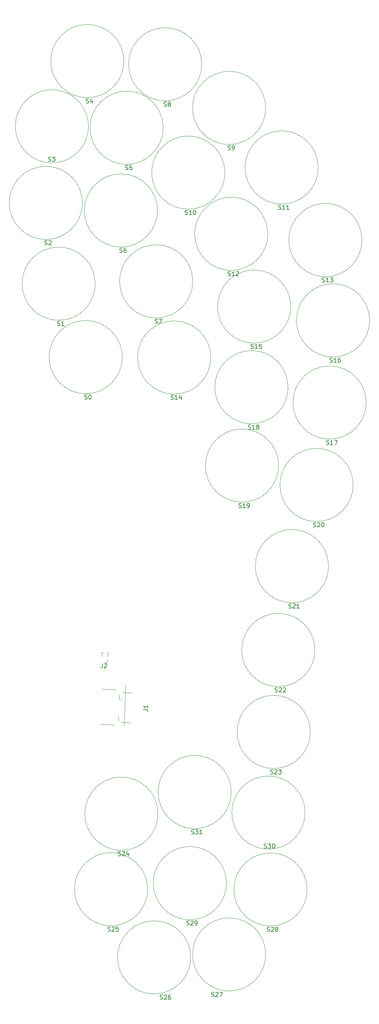
<source format=gto>
G04 #@! TF.GenerationSoftware,KiCad,Pcbnew,(5.0.0)*
G04 #@! TF.CreationDate,2020-01-29T13:38:43+01:00*
G04 #@! TF.ProjectId,Insole_PCB,496E736F6C655F5043422E6B69636164,rev?*
G04 #@! TF.SameCoordinates,Original*
G04 #@! TF.FileFunction,Legend,Top*
G04 #@! TF.FilePolarity,Positive*
%FSLAX46Y46*%
G04 Gerber Fmt 4.6, Leading zero omitted, Abs format (unit mm)*
G04 Created by KiCad (PCBNEW (5.0.0)) date 01/29/20 13:38:43*
%MOMM*%
%LPD*%
G01*
G04 APERTURE LIST*
%ADD10C,0.100000*%
%ADD11C,0.120000*%
%ADD12C,0.010000*%
%ADD13C,0.150000*%
G04 APERTURE END LIST*
D10*
G04 #@! TO.C,S9*
X224299453Y-64910707D02*
G75*
G03X224299453Y-64910707I-8500000J0D01*
G01*
D11*
G04 #@! TO.C,J2*
X187504977Y-193592519D02*
X186811670Y-193544038D01*
X187552760Y-192909188D02*
X187504977Y-193592519D01*
X186300442Y-192134944D02*
X186213929Y-192128895D01*
X187600543Y-192225856D02*
X187514030Y-192219807D01*
X186213929Y-192128895D02*
X186274966Y-191256026D01*
X187600543Y-192225856D02*
X187661580Y-191352988D01*
X186574741Y-191276989D02*
X186274966Y-191256026D01*
X187661580Y-191352988D02*
X187361805Y-191332026D01*
D12*
G04 #@! TO.C,J1*
X191037937Y-200592742D02*
X193186628Y-200667776D01*
X190747161Y-207486794D02*
X192945821Y-207563573D01*
X191420560Y-208260767D02*
X191746871Y-198916462D01*
D11*
X186213577Y-199773875D02*
X189441609Y-199886601D01*
X190328814Y-201128320D02*
X190291123Y-202207662D01*
X190144672Y-206114932D02*
X190106980Y-207194274D01*
X185927401Y-207968880D02*
X189155433Y-208081606D01*
X190291123Y-202207662D02*
X190720861Y-202222669D01*
D10*
G04 #@! TO.C,S0*
X191029453Y-122750707D02*
G75*
G03X191029453Y-122750707I-8500000J0D01*
G01*
G04 #@! TO.C,S1*
X184739453Y-105710707D02*
G75*
G03X184739453Y-105710707I-8500000J0D01*
G01*
G04 #@! TO.C,S2*
X181769453Y-86950707D02*
G75*
G03X181769453Y-86950707I-8500000J0D01*
G01*
G04 #@! TO.C,S3*
X183169453Y-69180707D02*
G75*
G03X183169453Y-69180707I-8500000J0D01*
G01*
G04 #@! TO.C,S4*
X191399453Y-54040707D02*
G75*
G03X191399453Y-54040707I-8500000J0D01*
G01*
G04 #@! TO.C,S5*
X200509453Y-69510707D02*
G75*
G03X200509453Y-69510707I-8500000J0D01*
G01*
G04 #@! TO.C,S6*
X199199453Y-88720707D02*
G75*
G03X199199453Y-88720707I-8500000J0D01*
G01*
G04 #@! TO.C,S7*
X207369453Y-105170707D02*
G75*
G03X207369453Y-105170707I-8500000J0D01*
G01*
G04 #@! TO.C,S8*
X209459453Y-54780707D02*
G75*
G03X209459453Y-54780707I-8500000J0D01*
G01*
G04 #@! TO.C,S10*
X214819453Y-79930707D02*
G75*
G03X214819453Y-79930707I-8500000J0D01*
G01*
G04 #@! TO.C,S11*
X236489453Y-78730707D02*
G75*
G03X236489453Y-78730707I-8500000J0D01*
G01*
G04 #@! TO.C,S12*
X224799453Y-94130707D02*
G75*
G03X224799453Y-94130707I-8500000J0D01*
G01*
G04 #@! TO.C,S13*
X246649453Y-95580707D02*
G75*
G03X246649453Y-95580707I-8500000J0D01*
G01*
G04 #@! TO.C,S14*
X211549453Y-122840707D02*
G75*
G03X211549453Y-122840707I-8500000J0D01*
G01*
G04 #@! TO.C,S15*
X230109453Y-111010707D02*
G75*
G03X230109453Y-111010707I-8500000J0D01*
G01*
G04 #@! TO.C,S16*
X248429453Y-114210707D02*
G75*
G03X248429453Y-114210707I-8500000J0D01*
G01*
G04 #@! TO.C,S17*
X247619453Y-133290707D02*
G75*
G03X247619453Y-133290707I-8500000J0D01*
G01*
G04 #@! TO.C,S18*
X229489453Y-129730707D02*
G75*
G03X229489453Y-129730707I-8500000J0D01*
G01*
G04 #@! TO.C,S19*
X227289453Y-147930707D02*
G75*
G03X227289453Y-147930707I-8500000J0D01*
G01*
G04 #@! TO.C,S20*
X244589453Y-152410707D02*
G75*
G03X244589453Y-152410707I-8500000J0D01*
G01*
G04 #@! TO.C,S21*
X238879453Y-171260707D02*
G75*
G03X238879453Y-171260707I-8500000J0D01*
G01*
G04 #@! TO.C,S22*
X235709453Y-190720707D02*
G75*
G03X235709453Y-190720707I-8500000J0D01*
G01*
G04 #@! TO.C,S23*
X234659453Y-209740707D02*
G75*
G03X234659453Y-209740707I-8500000J0D01*
G01*
G04 #@! TO.C,S24*
X199299453Y-228710707D02*
G75*
G03X199299453Y-228710707I-8500000J0D01*
G01*
G04 #@! TO.C,S25*
X196899453Y-246240707D02*
G75*
G03X196899453Y-246240707I-8500000J0D01*
G01*
G04 #@! TO.C,S26*
X206889453Y-262070707D02*
G75*
G03X206889453Y-262070707I-8500000J0D01*
G01*
G04 #@! TO.C,S27*
X224309453Y-261380707D02*
G75*
G03X224309453Y-261380707I-8500000J0D01*
G01*
G04 #@! TO.C,S28*
X233899453Y-246310707D02*
G75*
G03X233899453Y-246310707I-8500000J0D01*
G01*
G04 #@! TO.C,S29*
X215189453Y-244830707D02*
G75*
G03X215189453Y-244830707I-8500000J0D01*
G01*
G04 #@! TO.C,S30*
X233429453Y-228470707D02*
G75*
G03X233429453Y-228470707I-8500000J0D01*
G01*
G04 #@! TO.C,S31*
X216309453Y-223690707D02*
G75*
G03X216309453Y-223690707I-8500000J0D01*
G01*
G04 #@! TO.C,S9*
D13*
X215537548Y-74615468D02*
X215680405Y-74663087D01*
X215918500Y-74663087D01*
X216013738Y-74615468D01*
X216061357Y-74567849D01*
X216108976Y-74472611D01*
X216108976Y-74377373D01*
X216061357Y-74282135D01*
X216013738Y-74234516D01*
X215918500Y-74186897D01*
X215728024Y-74139278D01*
X215632786Y-74091659D01*
X215585167Y-74044040D01*
X215537548Y-73948802D01*
X215537548Y-73853564D01*
X215585167Y-73758326D01*
X215632786Y-73710707D01*
X215728024Y-73663087D01*
X215966119Y-73663087D01*
X216108976Y-73710707D01*
X216585167Y-74663087D02*
X216775643Y-74663087D01*
X216870881Y-74615468D01*
X216918500Y-74567849D01*
X217013738Y-74424992D01*
X217061357Y-74234516D01*
X217061357Y-73853564D01*
X217013738Y-73758326D01*
X216966119Y-73710707D01*
X216870881Y-73663087D01*
X216680405Y-73663087D01*
X216585167Y-73710707D01*
X216537548Y-73758326D01*
X216489929Y-73853564D01*
X216489929Y-74091659D01*
X216537548Y-74186897D01*
X216585167Y-74234516D01*
X216680405Y-74282135D01*
X216870881Y-74282135D01*
X216966119Y-74234516D01*
X217013738Y-74186897D01*
X217061357Y-74091659D01*
G04 #@! TO.C,J2*
X186456311Y-193847369D02*
X186406485Y-194559915D01*
X186349017Y-194699102D01*
X186247367Y-194787465D01*
X186101536Y-194825003D01*
X186006530Y-194818359D01*
X186877195Y-193972271D02*
X186928020Y-193928090D01*
X187026348Y-193887230D01*
X187263863Y-193903839D01*
X187355547Y-193957985D01*
X187399729Y-194008810D01*
X187440588Y-194107138D01*
X187433945Y-194202144D01*
X187376476Y-194341331D01*
X186766579Y-194871507D01*
X187384119Y-194914690D01*
G04 #@! TO.C,J1*
X195905234Y-204548351D02*
X196619084Y-204573279D01*
X196760193Y-204625855D01*
X196852049Y-204724359D01*
X196894653Y-204868791D01*
X196891330Y-204963971D01*
X196939524Y-203583860D02*
X196919582Y-204154940D01*
X196929553Y-203869400D02*
X195930162Y-203834501D01*
X196069608Y-203934666D01*
X196161465Y-204033170D01*
X196205731Y-204130012D01*
G04 #@! TO.C,S0*
X182267548Y-132455468D02*
X182410405Y-132503087D01*
X182648500Y-132503087D01*
X182743738Y-132455468D01*
X182791357Y-132407849D01*
X182838976Y-132312611D01*
X182838976Y-132217373D01*
X182791357Y-132122135D01*
X182743738Y-132074516D01*
X182648500Y-132026897D01*
X182458024Y-131979278D01*
X182362786Y-131931659D01*
X182315167Y-131884040D01*
X182267548Y-131788802D01*
X182267548Y-131693564D01*
X182315167Y-131598326D01*
X182362786Y-131550707D01*
X182458024Y-131503087D01*
X182696119Y-131503087D01*
X182838976Y-131550707D01*
X183458024Y-131503087D02*
X183553262Y-131503087D01*
X183648500Y-131550707D01*
X183696119Y-131598326D01*
X183743738Y-131693564D01*
X183791357Y-131884040D01*
X183791357Y-132122135D01*
X183743738Y-132312611D01*
X183696119Y-132407849D01*
X183648500Y-132455468D01*
X183553262Y-132503087D01*
X183458024Y-132503087D01*
X183362786Y-132455468D01*
X183315167Y-132407849D01*
X183267548Y-132312611D01*
X183219929Y-132122135D01*
X183219929Y-131884040D01*
X183267548Y-131693564D01*
X183315167Y-131598326D01*
X183362786Y-131550707D01*
X183458024Y-131503087D01*
G04 #@! TO.C,S1*
X175977548Y-115415468D02*
X176120405Y-115463087D01*
X176358500Y-115463087D01*
X176453738Y-115415468D01*
X176501357Y-115367849D01*
X176548976Y-115272611D01*
X176548976Y-115177373D01*
X176501357Y-115082135D01*
X176453738Y-115034516D01*
X176358500Y-114986897D01*
X176168024Y-114939278D01*
X176072786Y-114891659D01*
X176025167Y-114844040D01*
X175977548Y-114748802D01*
X175977548Y-114653564D01*
X176025167Y-114558326D01*
X176072786Y-114510707D01*
X176168024Y-114463087D01*
X176406119Y-114463087D01*
X176548976Y-114510707D01*
X177501357Y-115463087D02*
X176929929Y-115463087D01*
X177215643Y-115463087D02*
X177215643Y-114463087D01*
X177120405Y-114605945D01*
X177025167Y-114701183D01*
X176929929Y-114748802D01*
G04 #@! TO.C,S2*
X173007548Y-96655468D02*
X173150405Y-96703087D01*
X173388500Y-96703087D01*
X173483738Y-96655468D01*
X173531357Y-96607849D01*
X173578976Y-96512611D01*
X173578976Y-96417373D01*
X173531357Y-96322135D01*
X173483738Y-96274516D01*
X173388500Y-96226897D01*
X173198024Y-96179278D01*
X173102786Y-96131659D01*
X173055167Y-96084040D01*
X173007548Y-95988802D01*
X173007548Y-95893564D01*
X173055167Y-95798326D01*
X173102786Y-95750707D01*
X173198024Y-95703087D01*
X173436119Y-95703087D01*
X173578976Y-95750707D01*
X173959929Y-95798326D02*
X174007548Y-95750707D01*
X174102786Y-95703087D01*
X174340881Y-95703087D01*
X174436119Y-95750707D01*
X174483738Y-95798326D01*
X174531357Y-95893564D01*
X174531357Y-95988802D01*
X174483738Y-96131659D01*
X173912310Y-96703087D01*
X174531357Y-96703087D01*
G04 #@! TO.C,S3*
X173847548Y-77285468D02*
X173990405Y-77333087D01*
X174228500Y-77333087D01*
X174323738Y-77285468D01*
X174371357Y-77237849D01*
X174418976Y-77142611D01*
X174418976Y-77047373D01*
X174371357Y-76952135D01*
X174323738Y-76904516D01*
X174228500Y-76856897D01*
X174038024Y-76809278D01*
X173942786Y-76761659D01*
X173895167Y-76714040D01*
X173847548Y-76618802D01*
X173847548Y-76523564D01*
X173895167Y-76428326D01*
X173942786Y-76380707D01*
X174038024Y-76333087D01*
X174276119Y-76333087D01*
X174418976Y-76380707D01*
X174752310Y-76333087D02*
X175371357Y-76333087D01*
X175038024Y-76714040D01*
X175180881Y-76714040D01*
X175276119Y-76761659D01*
X175323738Y-76809278D01*
X175371357Y-76904516D01*
X175371357Y-77142611D01*
X175323738Y-77237849D01*
X175276119Y-77285468D01*
X175180881Y-77333087D01*
X174895167Y-77333087D01*
X174799929Y-77285468D01*
X174752310Y-77237849D01*
G04 #@! TO.C,S4*
X182637548Y-63745468D02*
X182780405Y-63793087D01*
X183018500Y-63793087D01*
X183113738Y-63745468D01*
X183161357Y-63697849D01*
X183208976Y-63602611D01*
X183208976Y-63507373D01*
X183161357Y-63412135D01*
X183113738Y-63364516D01*
X183018500Y-63316897D01*
X182828024Y-63269278D01*
X182732786Y-63221659D01*
X182685167Y-63174040D01*
X182637548Y-63078802D01*
X182637548Y-62983564D01*
X182685167Y-62888326D01*
X182732786Y-62840707D01*
X182828024Y-62793087D01*
X183066119Y-62793087D01*
X183208976Y-62840707D01*
X184066119Y-63126421D02*
X184066119Y-63793087D01*
X183828024Y-62745468D02*
X183589929Y-63459754D01*
X184208976Y-63459754D01*
G04 #@! TO.C,S5*
X191747548Y-79215468D02*
X191890405Y-79263087D01*
X192128500Y-79263087D01*
X192223738Y-79215468D01*
X192271357Y-79167849D01*
X192318976Y-79072611D01*
X192318976Y-78977373D01*
X192271357Y-78882135D01*
X192223738Y-78834516D01*
X192128500Y-78786897D01*
X191938024Y-78739278D01*
X191842786Y-78691659D01*
X191795167Y-78644040D01*
X191747548Y-78548802D01*
X191747548Y-78453564D01*
X191795167Y-78358326D01*
X191842786Y-78310707D01*
X191938024Y-78263087D01*
X192176119Y-78263087D01*
X192318976Y-78310707D01*
X193223738Y-78263087D02*
X192747548Y-78263087D01*
X192699929Y-78739278D01*
X192747548Y-78691659D01*
X192842786Y-78644040D01*
X193080881Y-78644040D01*
X193176119Y-78691659D01*
X193223738Y-78739278D01*
X193271357Y-78834516D01*
X193271357Y-79072611D01*
X193223738Y-79167849D01*
X193176119Y-79215468D01*
X193080881Y-79263087D01*
X192842786Y-79263087D01*
X192747548Y-79215468D01*
X192699929Y-79167849D01*
G04 #@! TO.C,S6*
X190437548Y-98425468D02*
X190580405Y-98473087D01*
X190818500Y-98473087D01*
X190913738Y-98425468D01*
X190961357Y-98377849D01*
X191008976Y-98282611D01*
X191008976Y-98187373D01*
X190961357Y-98092135D01*
X190913738Y-98044516D01*
X190818500Y-97996897D01*
X190628024Y-97949278D01*
X190532786Y-97901659D01*
X190485167Y-97854040D01*
X190437548Y-97758802D01*
X190437548Y-97663564D01*
X190485167Y-97568326D01*
X190532786Y-97520707D01*
X190628024Y-97473087D01*
X190866119Y-97473087D01*
X191008976Y-97520707D01*
X191866119Y-97473087D02*
X191675643Y-97473087D01*
X191580405Y-97520707D01*
X191532786Y-97568326D01*
X191437548Y-97711183D01*
X191389929Y-97901659D01*
X191389929Y-98282611D01*
X191437548Y-98377849D01*
X191485167Y-98425468D01*
X191580405Y-98473087D01*
X191770881Y-98473087D01*
X191866119Y-98425468D01*
X191913738Y-98377849D01*
X191961357Y-98282611D01*
X191961357Y-98044516D01*
X191913738Y-97949278D01*
X191866119Y-97901659D01*
X191770881Y-97854040D01*
X191580405Y-97854040D01*
X191485167Y-97901659D01*
X191437548Y-97949278D01*
X191389929Y-98044516D01*
G04 #@! TO.C,S7*
X198607548Y-114875468D02*
X198750405Y-114923087D01*
X198988500Y-114923087D01*
X199083738Y-114875468D01*
X199131357Y-114827849D01*
X199178976Y-114732611D01*
X199178976Y-114637373D01*
X199131357Y-114542135D01*
X199083738Y-114494516D01*
X198988500Y-114446897D01*
X198798024Y-114399278D01*
X198702786Y-114351659D01*
X198655167Y-114304040D01*
X198607548Y-114208802D01*
X198607548Y-114113564D01*
X198655167Y-114018326D01*
X198702786Y-113970707D01*
X198798024Y-113923087D01*
X199036119Y-113923087D01*
X199178976Y-113970707D01*
X199512310Y-113923087D02*
X200178976Y-113923087D01*
X199750405Y-114923087D01*
G04 #@! TO.C,S8*
X200697548Y-64485468D02*
X200840405Y-64533087D01*
X201078500Y-64533087D01*
X201173738Y-64485468D01*
X201221357Y-64437849D01*
X201268976Y-64342611D01*
X201268976Y-64247373D01*
X201221357Y-64152135D01*
X201173738Y-64104516D01*
X201078500Y-64056897D01*
X200888024Y-64009278D01*
X200792786Y-63961659D01*
X200745167Y-63914040D01*
X200697548Y-63818802D01*
X200697548Y-63723564D01*
X200745167Y-63628326D01*
X200792786Y-63580707D01*
X200888024Y-63533087D01*
X201126119Y-63533087D01*
X201268976Y-63580707D01*
X201840405Y-63961659D02*
X201745167Y-63914040D01*
X201697548Y-63866421D01*
X201649929Y-63771183D01*
X201649929Y-63723564D01*
X201697548Y-63628326D01*
X201745167Y-63580707D01*
X201840405Y-63533087D01*
X202030881Y-63533087D01*
X202126119Y-63580707D01*
X202173738Y-63628326D01*
X202221357Y-63723564D01*
X202221357Y-63771183D01*
X202173738Y-63866421D01*
X202126119Y-63914040D01*
X202030881Y-63961659D01*
X201840405Y-63961659D01*
X201745167Y-64009278D01*
X201697548Y-64056897D01*
X201649929Y-64152135D01*
X201649929Y-64342611D01*
X201697548Y-64437849D01*
X201745167Y-64485468D01*
X201840405Y-64533087D01*
X202030881Y-64533087D01*
X202126119Y-64485468D01*
X202173738Y-64437849D01*
X202221357Y-64342611D01*
X202221357Y-64152135D01*
X202173738Y-64056897D01*
X202126119Y-64009278D01*
X202030881Y-63961659D01*
G04 #@! TO.C,S10*
X205581357Y-89635468D02*
X205724214Y-89683087D01*
X205962310Y-89683087D01*
X206057548Y-89635468D01*
X206105167Y-89587849D01*
X206152786Y-89492611D01*
X206152786Y-89397373D01*
X206105167Y-89302135D01*
X206057548Y-89254516D01*
X205962310Y-89206897D01*
X205771833Y-89159278D01*
X205676595Y-89111659D01*
X205628976Y-89064040D01*
X205581357Y-88968802D01*
X205581357Y-88873564D01*
X205628976Y-88778326D01*
X205676595Y-88730707D01*
X205771833Y-88683087D01*
X206009929Y-88683087D01*
X206152786Y-88730707D01*
X207105167Y-89683087D02*
X206533738Y-89683087D01*
X206819453Y-89683087D02*
X206819453Y-88683087D01*
X206724214Y-88825945D01*
X206628976Y-88921183D01*
X206533738Y-88968802D01*
X207724214Y-88683087D02*
X207819453Y-88683087D01*
X207914691Y-88730707D01*
X207962310Y-88778326D01*
X208009929Y-88873564D01*
X208057548Y-89064040D01*
X208057548Y-89302135D01*
X208009929Y-89492611D01*
X207962310Y-89587849D01*
X207914691Y-89635468D01*
X207819453Y-89683087D01*
X207724214Y-89683087D01*
X207628976Y-89635468D01*
X207581357Y-89587849D01*
X207533738Y-89492611D01*
X207486119Y-89302135D01*
X207486119Y-89064040D01*
X207533738Y-88873564D01*
X207581357Y-88778326D01*
X207628976Y-88730707D01*
X207724214Y-88683087D01*
G04 #@! TO.C,S11*
X227251357Y-88435468D02*
X227394214Y-88483087D01*
X227632310Y-88483087D01*
X227727548Y-88435468D01*
X227775167Y-88387849D01*
X227822786Y-88292611D01*
X227822786Y-88197373D01*
X227775167Y-88102135D01*
X227727548Y-88054516D01*
X227632310Y-88006897D01*
X227441833Y-87959278D01*
X227346595Y-87911659D01*
X227298976Y-87864040D01*
X227251357Y-87768802D01*
X227251357Y-87673564D01*
X227298976Y-87578326D01*
X227346595Y-87530707D01*
X227441833Y-87483087D01*
X227679929Y-87483087D01*
X227822786Y-87530707D01*
X228775167Y-88483087D02*
X228203738Y-88483087D01*
X228489453Y-88483087D02*
X228489453Y-87483087D01*
X228394214Y-87625945D01*
X228298976Y-87721183D01*
X228203738Y-87768802D01*
X229727548Y-88483087D02*
X229156119Y-88483087D01*
X229441833Y-88483087D02*
X229441833Y-87483087D01*
X229346595Y-87625945D01*
X229251357Y-87721183D01*
X229156119Y-87768802D01*
G04 #@! TO.C,S12*
X215561357Y-103835468D02*
X215704214Y-103883087D01*
X215942310Y-103883087D01*
X216037548Y-103835468D01*
X216085167Y-103787849D01*
X216132786Y-103692611D01*
X216132786Y-103597373D01*
X216085167Y-103502135D01*
X216037548Y-103454516D01*
X215942310Y-103406897D01*
X215751833Y-103359278D01*
X215656595Y-103311659D01*
X215608976Y-103264040D01*
X215561357Y-103168802D01*
X215561357Y-103073564D01*
X215608976Y-102978326D01*
X215656595Y-102930707D01*
X215751833Y-102883087D01*
X215989929Y-102883087D01*
X216132786Y-102930707D01*
X217085167Y-103883087D02*
X216513738Y-103883087D01*
X216799453Y-103883087D02*
X216799453Y-102883087D01*
X216704214Y-103025945D01*
X216608976Y-103121183D01*
X216513738Y-103168802D01*
X217466119Y-102978326D02*
X217513738Y-102930707D01*
X217608976Y-102883087D01*
X217847072Y-102883087D01*
X217942310Y-102930707D01*
X217989929Y-102978326D01*
X218037548Y-103073564D01*
X218037548Y-103168802D01*
X217989929Y-103311659D01*
X217418500Y-103883087D01*
X218037548Y-103883087D01*
G04 #@! TO.C,S13*
X237411357Y-105285468D02*
X237554214Y-105333087D01*
X237792310Y-105333087D01*
X237887548Y-105285468D01*
X237935167Y-105237849D01*
X237982786Y-105142611D01*
X237982786Y-105047373D01*
X237935167Y-104952135D01*
X237887548Y-104904516D01*
X237792310Y-104856897D01*
X237601833Y-104809278D01*
X237506595Y-104761659D01*
X237458976Y-104714040D01*
X237411357Y-104618802D01*
X237411357Y-104523564D01*
X237458976Y-104428326D01*
X237506595Y-104380707D01*
X237601833Y-104333087D01*
X237839929Y-104333087D01*
X237982786Y-104380707D01*
X238935167Y-105333087D02*
X238363738Y-105333087D01*
X238649453Y-105333087D02*
X238649453Y-104333087D01*
X238554214Y-104475945D01*
X238458976Y-104571183D01*
X238363738Y-104618802D01*
X239268500Y-104333087D02*
X239887548Y-104333087D01*
X239554214Y-104714040D01*
X239697072Y-104714040D01*
X239792310Y-104761659D01*
X239839929Y-104809278D01*
X239887548Y-104904516D01*
X239887548Y-105142611D01*
X239839929Y-105237849D01*
X239792310Y-105285468D01*
X239697072Y-105333087D01*
X239411357Y-105333087D01*
X239316119Y-105285468D01*
X239268500Y-105237849D01*
G04 #@! TO.C,S14*
X202311357Y-132545468D02*
X202454214Y-132593087D01*
X202692310Y-132593087D01*
X202787548Y-132545468D01*
X202835167Y-132497849D01*
X202882786Y-132402611D01*
X202882786Y-132307373D01*
X202835167Y-132212135D01*
X202787548Y-132164516D01*
X202692310Y-132116897D01*
X202501833Y-132069278D01*
X202406595Y-132021659D01*
X202358976Y-131974040D01*
X202311357Y-131878802D01*
X202311357Y-131783564D01*
X202358976Y-131688326D01*
X202406595Y-131640707D01*
X202501833Y-131593087D01*
X202739929Y-131593087D01*
X202882786Y-131640707D01*
X203835167Y-132593087D02*
X203263738Y-132593087D01*
X203549453Y-132593087D02*
X203549453Y-131593087D01*
X203454214Y-131735945D01*
X203358976Y-131831183D01*
X203263738Y-131878802D01*
X204692310Y-131926421D02*
X204692310Y-132593087D01*
X204454214Y-131545468D02*
X204216119Y-132259754D01*
X204835167Y-132259754D01*
G04 #@! TO.C,S15*
X220871357Y-120715468D02*
X221014214Y-120763087D01*
X221252310Y-120763087D01*
X221347548Y-120715468D01*
X221395167Y-120667849D01*
X221442786Y-120572611D01*
X221442786Y-120477373D01*
X221395167Y-120382135D01*
X221347548Y-120334516D01*
X221252310Y-120286897D01*
X221061833Y-120239278D01*
X220966595Y-120191659D01*
X220918976Y-120144040D01*
X220871357Y-120048802D01*
X220871357Y-119953564D01*
X220918976Y-119858326D01*
X220966595Y-119810707D01*
X221061833Y-119763087D01*
X221299929Y-119763087D01*
X221442786Y-119810707D01*
X222395167Y-120763087D02*
X221823738Y-120763087D01*
X222109453Y-120763087D02*
X222109453Y-119763087D01*
X222014214Y-119905945D01*
X221918976Y-120001183D01*
X221823738Y-120048802D01*
X223299929Y-119763087D02*
X222823738Y-119763087D01*
X222776119Y-120239278D01*
X222823738Y-120191659D01*
X222918976Y-120144040D01*
X223157072Y-120144040D01*
X223252310Y-120191659D01*
X223299929Y-120239278D01*
X223347548Y-120334516D01*
X223347548Y-120572611D01*
X223299929Y-120667849D01*
X223252310Y-120715468D01*
X223157072Y-120763087D01*
X222918976Y-120763087D01*
X222823738Y-120715468D01*
X222776119Y-120667849D01*
G04 #@! TO.C,S16*
X239191357Y-123915468D02*
X239334214Y-123963087D01*
X239572310Y-123963087D01*
X239667548Y-123915468D01*
X239715167Y-123867849D01*
X239762786Y-123772611D01*
X239762786Y-123677373D01*
X239715167Y-123582135D01*
X239667548Y-123534516D01*
X239572310Y-123486897D01*
X239381833Y-123439278D01*
X239286595Y-123391659D01*
X239238976Y-123344040D01*
X239191357Y-123248802D01*
X239191357Y-123153564D01*
X239238976Y-123058326D01*
X239286595Y-123010707D01*
X239381833Y-122963087D01*
X239619929Y-122963087D01*
X239762786Y-123010707D01*
X240715167Y-123963087D02*
X240143738Y-123963087D01*
X240429453Y-123963087D02*
X240429453Y-122963087D01*
X240334214Y-123105945D01*
X240238976Y-123201183D01*
X240143738Y-123248802D01*
X241572310Y-122963087D02*
X241381833Y-122963087D01*
X241286595Y-123010707D01*
X241238976Y-123058326D01*
X241143738Y-123201183D01*
X241096119Y-123391659D01*
X241096119Y-123772611D01*
X241143738Y-123867849D01*
X241191357Y-123915468D01*
X241286595Y-123963087D01*
X241477072Y-123963087D01*
X241572310Y-123915468D01*
X241619929Y-123867849D01*
X241667548Y-123772611D01*
X241667548Y-123534516D01*
X241619929Y-123439278D01*
X241572310Y-123391659D01*
X241477072Y-123344040D01*
X241286595Y-123344040D01*
X241191357Y-123391659D01*
X241143738Y-123439278D01*
X241096119Y-123534516D01*
G04 #@! TO.C,S17*
X238381357Y-142995468D02*
X238524214Y-143043087D01*
X238762310Y-143043087D01*
X238857548Y-142995468D01*
X238905167Y-142947849D01*
X238952786Y-142852611D01*
X238952786Y-142757373D01*
X238905167Y-142662135D01*
X238857548Y-142614516D01*
X238762310Y-142566897D01*
X238571833Y-142519278D01*
X238476595Y-142471659D01*
X238428976Y-142424040D01*
X238381357Y-142328802D01*
X238381357Y-142233564D01*
X238428976Y-142138326D01*
X238476595Y-142090707D01*
X238571833Y-142043087D01*
X238809929Y-142043087D01*
X238952786Y-142090707D01*
X239905167Y-143043087D02*
X239333738Y-143043087D01*
X239619453Y-143043087D02*
X239619453Y-142043087D01*
X239524214Y-142185945D01*
X239428976Y-142281183D01*
X239333738Y-142328802D01*
X240238500Y-142043087D02*
X240905167Y-142043087D01*
X240476595Y-143043087D01*
G04 #@! TO.C,S18*
X220251357Y-139435468D02*
X220394214Y-139483087D01*
X220632310Y-139483087D01*
X220727548Y-139435468D01*
X220775167Y-139387849D01*
X220822786Y-139292611D01*
X220822786Y-139197373D01*
X220775167Y-139102135D01*
X220727548Y-139054516D01*
X220632310Y-139006897D01*
X220441833Y-138959278D01*
X220346595Y-138911659D01*
X220298976Y-138864040D01*
X220251357Y-138768802D01*
X220251357Y-138673564D01*
X220298976Y-138578326D01*
X220346595Y-138530707D01*
X220441833Y-138483087D01*
X220679929Y-138483087D01*
X220822786Y-138530707D01*
X221775167Y-139483087D02*
X221203738Y-139483087D01*
X221489453Y-139483087D02*
X221489453Y-138483087D01*
X221394214Y-138625945D01*
X221298976Y-138721183D01*
X221203738Y-138768802D01*
X222346595Y-138911659D02*
X222251357Y-138864040D01*
X222203738Y-138816421D01*
X222156119Y-138721183D01*
X222156119Y-138673564D01*
X222203738Y-138578326D01*
X222251357Y-138530707D01*
X222346595Y-138483087D01*
X222537072Y-138483087D01*
X222632310Y-138530707D01*
X222679929Y-138578326D01*
X222727548Y-138673564D01*
X222727548Y-138721183D01*
X222679929Y-138816421D01*
X222632310Y-138864040D01*
X222537072Y-138911659D01*
X222346595Y-138911659D01*
X222251357Y-138959278D01*
X222203738Y-139006897D01*
X222156119Y-139102135D01*
X222156119Y-139292611D01*
X222203738Y-139387849D01*
X222251357Y-139435468D01*
X222346595Y-139483087D01*
X222537072Y-139483087D01*
X222632310Y-139435468D01*
X222679929Y-139387849D01*
X222727548Y-139292611D01*
X222727548Y-139102135D01*
X222679929Y-139006897D01*
X222632310Y-138959278D01*
X222537072Y-138911659D01*
G04 #@! TO.C,S19*
X218051357Y-157635468D02*
X218194214Y-157683087D01*
X218432310Y-157683087D01*
X218527548Y-157635468D01*
X218575167Y-157587849D01*
X218622786Y-157492611D01*
X218622786Y-157397373D01*
X218575167Y-157302135D01*
X218527548Y-157254516D01*
X218432310Y-157206897D01*
X218241833Y-157159278D01*
X218146595Y-157111659D01*
X218098976Y-157064040D01*
X218051357Y-156968802D01*
X218051357Y-156873564D01*
X218098976Y-156778326D01*
X218146595Y-156730707D01*
X218241833Y-156683087D01*
X218479929Y-156683087D01*
X218622786Y-156730707D01*
X219575167Y-157683087D02*
X219003738Y-157683087D01*
X219289453Y-157683087D02*
X219289453Y-156683087D01*
X219194214Y-156825945D01*
X219098976Y-156921183D01*
X219003738Y-156968802D01*
X220051357Y-157683087D02*
X220241833Y-157683087D01*
X220337072Y-157635468D01*
X220384691Y-157587849D01*
X220479929Y-157444992D01*
X220527548Y-157254516D01*
X220527548Y-156873564D01*
X220479929Y-156778326D01*
X220432310Y-156730707D01*
X220337072Y-156683087D01*
X220146595Y-156683087D01*
X220051357Y-156730707D01*
X220003738Y-156778326D01*
X219956119Y-156873564D01*
X219956119Y-157111659D01*
X220003738Y-157206897D01*
X220051357Y-157254516D01*
X220146595Y-157302135D01*
X220337072Y-157302135D01*
X220432310Y-157254516D01*
X220479929Y-157206897D01*
X220527548Y-157111659D01*
G04 #@! TO.C,S20*
X235351357Y-162115468D02*
X235494214Y-162163087D01*
X235732310Y-162163087D01*
X235827548Y-162115468D01*
X235875167Y-162067849D01*
X235922786Y-161972611D01*
X235922786Y-161877373D01*
X235875167Y-161782135D01*
X235827548Y-161734516D01*
X235732310Y-161686897D01*
X235541833Y-161639278D01*
X235446595Y-161591659D01*
X235398976Y-161544040D01*
X235351357Y-161448802D01*
X235351357Y-161353564D01*
X235398976Y-161258326D01*
X235446595Y-161210707D01*
X235541833Y-161163087D01*
X235779929Y-161163087D01*
X235922786Y-161210707D01*
X236303738Y-161258326D02*
X236351357Y-161210707D01*
X236446595Y-161163087D01*
X236684691Y-161163087D01*
X236779929Y-161210707D01*
X236827548Y-161258326D01*
X236875167Y-161353564D01*
X236875167Y-161448802D01*
X236827548Y-161591659D01*
X236256119Y-162163087D01*
X236875167Y-162163087D01*
X237494214Y-161163087D02*
X237589453Y-161163087D01*
X237684691Y-161210707D01*
X237732310Y-161258326D01*
X237779929Y-161353564D01*
X237827548Y-161544040D01*
X237827548Y-161782135D01*
X237779929Y-161972611D01*
X237732310Y-162067849D01*
X237684691Y-162115468D01*
X237589453Y-162163087D01*
X237494214Y-162163087D01*
X237398976Y-162115468D01*
X237351357Y-162067849D01*
X237303738Y-161972611D01*
X237256119Y-161782135D01*
X237256119Y-161544040D01*
X237303738Y-161353564D01*
X237351357Y-161258326D01*
X237398976Y-161210707D01*
X237494214Y-161163087D01*
G04 #@! TO.C,S21*
X229641357Y-180965468D02*
X229784214Y-181013087D01*
X230022310Y-181013087D01*
X230117548Y-180965468D01*
X230165167Y-180917849D01*
X230212786Y-180822611D01*
X230212786Y-180727373D01*
X230165167Y-180632135D01*
X230117548Y-180584516D01*
X230022310Y-180536897D01*
X229831833Y-180489278D01*
X229736595Y-180441659D01*
X229688976Y-180394040D01*
X229641357Y-180298802D01*
X229641357Y-180203564D01*
X229688976Y-180108326D01*
X229736595Y-180060707D01*
X229831833Y-180013087D01*
X230069929Y-180013087D01*
X230212786Y-180060707D01*
X230593738Y-180108326D02*
X230641357Y-180060707D01*
X230736595Y-180013087D01*
X230974691Y-180013087D01*
X231069929Y-180060707D01*
X231117548Y-180108326D01*
X231165167Y-180203564D01*
X231165167Y-180298802D01*
X231117548Y-180441659D01*
X230546119Y-181013087D01*
X231165167Y-181013087D01*
X232117548Y-181013087D02*
X231546119Y-181013087D01*
X231831833Y-181013087D02*
X231831833Y-180013087D01*
X231736595Y-180155945D01*
X231641357Y-180251183D01*
X231546119Y-180298802D01*
G04 #@! TO.C,S22*
X226471357Y-200425468D02*
X226614214Y-200473087D01*
X226852310Y-200473087D01*
X226947548Y-200425468D01*
X226995167Y-200377849D01*
X227042786Y-200282611D01*
X227042786Y-200187373D01*
X226995167Y-200092135D01*
X226947548Y-200044516D01*
X226852310Y-199996897D01*
X226661833Y-199949278D01*
X226566595Y-199901659D01*
X226518976Y-199854040D01*
X226471357Y-199758802D01*
X226471357Y-199663564D01*
X226518976Y-199568326D01*
X226566595Y-199520707D01*
X226661833Y-199473087D01*
X226899929Y-199473087D01*
X227042786Y-199520707D01*
X227423738Y-199568326D02*
X227471357Y-199520707D01*
X227566595Y-199473087D01*
X227804691Y-199473087D01*
X227899929Y-199520707D01*
X227947548Y-199568326D01*
X227995167Y-199663564D01*
X227995167Y-199758802D01*
X227947548Y-199901659D01*
X227376119Y-200473087D01*
X227995167Y-200473087D01*
X228376119Y-199568326D02*
X228423738Y-199520707D01*
X228518976Y-199473087D01*
X228757072Y-199473087D01*
X228852310Y-199520707D01*
X228899929Y-199568326D01*
X228947548Y-199663564D01*
X228947548Y-199758802D01*
X228899929Y-199901659D01*
X228328500Y-200473087D01*
X228947548Y-200473087D01*
G04 #@! TO.C,S23*
X225421357Y-219445468D02*
X225564214Y-219493087D01*
X225802310Y-219493087D01*
X225897548Y-219445468D01*
X225945167Y-219397849D01*
X225992786Y-219302611D01*
X225992786Y-219207373D01*
X225945167Y-219112135D01*
X225897548Y-219064516D01*
X225802310Y-219016897D01*
X225611833Y-218969278D01*
X225516595Y-218921659D01*
X225468976Y-218874040D01*
X225421357Y-218778802D01*
X225421357Y-218683564D01*
X225468976Y-218588326D01*
X225516595Y-218540707D01*
X225611833Y-218493087D01*
X225849929Y-218493087D01*
X225992786Y-218540707D01*
X226373738Y-218588326D02*
X226421357Y-218540707D01*
X226516595Y-218493087D01*
X226754691Y-218493087D01*
X226849929Y-218540707D01*
X226897548Y-218588326D01*
X226945167Y-218683564D01*
X226945167Y-218778802D01*
X226897548Y-218921659D01*
X226326119Y-219493087D01*
X226945167Y-219493087D01*
X227278500Y-218493087D02*
X227897548Y-218493087D01*
X227564214Y-218874040D01*
X227707072Y-218874040D01*
X227802310Y-218921659D01*
X227849929Y-218969278D01*
X227897548Y-219064516D01*
X227897548Y-219302611D01*
X227849929Y-219397849D01*
X227802310Y-219445468D01*
X227707072Y-219493087D01*
X227421357Y-219493087D01*
X227326119Y-219445468D01*
X227278500Y-219397849D01*
G04 #@! TO.C,S24*
X190061357Y-238415468D02*
X190204214Y-238463087D01*
X190442310Y-238463087D01*
X190537548Y-238415468D01*
X190585167Y-238367849D01*
X190632786Y-238272611D01*
X190632786Y-238177373D01*
X190585167Y-238082135D01*
X190537548Y-238034516D01*
X190442310Y-237986897D01*
X190251833Y-237939278D01*
X190156595Y-237891659D01*
X190108976Y-237844040D01*
X190061357Y-237748802D01*
X190061357Y-237653564D01*
X190108976Y-237558326D01*
X190156595Y-237510707D01*
X190251833Y-237463087D01*
X190489929Y-237463087D01*
X190632786Y-237510707D01*
X191013738Y-237558326D02*
X191061357Y-237510707D01*
X191156595Y-237463087D01*
X191394691Y-237463087D01*
X191489929Y-237510707D01*
X191537548Y-237558326D01*
X191585167Y-237653564D01*
X191585167Y-237748802D01*
X191537548Y-237891659D01*
X190966119Y-238463087D01*
X191585167Y-238463087D01*
X192442310Y-237796421D02*
X192442310Y-238463087D01*
X192204214Y-237415468D02*
X191966119Y-238129754D01*
X192585167Y-238129754D01*
G04 #@! TO.C,S25*
X187661357Y-255945468D02*
X187804214Y-255993087D01*
X188042310Y-255993087D01*
X188137548Y-255945468D01*
X188185167Y-255897849D01*
X188232786Y-255802611D01*
X188232786Y-255707373D01*
X188185167Y-255612135D01*
X188137548Y-255564516D01*
X188042310Y-255516897D01*
X187851833Y-255469278D01*
X187756595Y-255421659D01*
X187708976Y-255374040D01*
X187661357Y-255278802D01*
X187661357Y-255183564D01*
X187708976Y-255088326D01*
X187756595Y-255040707D01*
X187851833Y-254993087D01*
X188089929Y-254993087D01*
X188232786Y-255040707D01*
X188613738Y-255088326D02*
X188661357Y-255040707D01*
X188756595Y-254993087D01*
X188994691Y-254993087D01*
X189089929Y-255040707D01*
X189137548Y-255088326D01*
X189185167Y-255183564D01*
X189185167Y-255278802D01*
X189137548Y-255421659D01*
X188566119Y-255993087D01*
X189185167Y-255993087D01*
X190089929Y-254993087D02*
X189613738Y-254993087D01*
X189566119Y-255469278D01*
X189613738Y-255421659D01*
X189708976Y-255374040D01*
X189947072Y-255374040D01*
X190042310Y-255421659D01*
X190089929Y-255469278D01*
X190137548Y-255564516D01*
X190137548Y-255802611D01*
X190089929Y-255897849D01*
X190042310Y-255945468D01*
X189947072Y-255993087D01*
X189708976Y-255993087D01*
X189613738Y-255945468D01*
X189566119Y-255897849D01*
G04 #@! TO.C,S26*
X199781357Y-271745468D02*
X199924214Y-271793087D01*
X200162310Y-271793087D01*
X200257548Y-271745468D01*
X200305167Y-271697849D01*
X200352786Y-271602611D01*
X200352786Y-271507373D01*
X200305167Y-271412135D01*
X200257548Y-271364516D01*
X200162310Y-271316897D01*
X199971833Y-271269278D01*
X199876595Y-271221659D01*
X199828976Y-271174040D01*
X199781357Y-271078802D01*
X199781357Y-270983564D01*
X199828976Y-270888326D01*
X199876595Y-270840707D01*
X199971833Y-270793087D01*
X200209929Y-270793087D01*
X200352786Y-270840707D01*
X200733738Y-270888326D02*
X200781357Y-270840707D01*
X200876595Y-270793087D01*
X201114691Y-270793087D01*
X201209929Y-270840707D01*
X201257548Y-270888326D01*
X201305167Y-270983564D01*
X201305167Y-271078802D01*
X201257548Y-271221659D01*
X200686119Y-271793087D01*
X201305167Y-271793087D01*
X202162310Y-270793087D02*
X201971833Y-270793087D01*
X201876595Y-270840707D01*
X201828976Y-270888326D01*
X201733738Y-271031183D01*
X201686119Y-271221659D01*
X201686119Y-271602611D01*
X201733738Y-271697849D01*
X201781357Y-271745468D01*
X201876595Y-271793087D01*
X202067072Y-271793087D01*
X202162310Y-271745468D01*
X202209929Y-271697849D01*
X202257548Y-271602611D01*
X202257548Y-271364516D01*
X202209929Y-271269278D01*
X202162310Y-271221659D01*
X202067072Y-271174040D01*
X201876595Y-271174040D01*
X201781357Y-271221659D01*
X201733738Y-271269278D01*
X201686119Y-271364516D01*
G04 #@! TO.C,S27*
X211711357Y-271135468D02*
X211854214Y-271183087D01*
X212092310Y-271183087D01*
X212187548Y-271135468D01*
X212235167Y-271087849D01*
X212282786Y-270992611D01*
X212282786Y-270897373D01*
X212235167Y-270802135D01*
X212187548Y-270754516D01*
X212092310Y-270706897D01*
X211901833Y-270659278D01*
X211806595Y-270611659D01*
X211758976Y-270564040D01*
X211711357Y-270468802D01*
X211711357Y-270373564D01*
X211758976Y-270278326D01*
X211806595Y-270230707D01*
X211901833Y-270183087D01*
X212139929Y-270183087D01*
X212282786Y-270230707D01*
X212663738Y-270278326D02*
X212711357Y-270230707D01*
X212806595Y-270183087D01*
X213044691Y-270183087D01*
X213139929Y-270230707D01*
X213187548Y-270278326D01*
X213235167Y-270373564D01*
X213235167Y-270468802D01*
X213187548Y-270611659D01*
X212616119Y-271183087D01*
X213235167Y-271183087D01*
X213568500Y-270183087D02*
X214235167Y-270183087D01*
X213806595Y-271183087D01*
G04 #@! TO.C,S28*
X224661357Y-256015468D02*
X224804214Y-256063087D01*
X225042310Y-256063087D01*
X225137548Y-256015468D01*
X225185167Y-255967849D01*
X225232786Y-255872611D01*
X225232786Y-255777373D01*
X225185167Y-255682135D01*
X225137548Y-255634516D01*
X225042310Y-255586897D01*
X224851833Y-255539278D01*
X224756595Y-255491659D01*
X224708976Y-255444040D01*
X224661357Y-255348802D01*
X224661357Y-255253564D01*
X224708976Y-255158326D01*
X224756595Y-255110707D01*
X224851833Y-255063087D01*
X225089929Y-255063087D01*
X225232786Y-255110707D01*
X225613738Y-255158326D02*
X225661357Y-255110707D01*
X225756595Y-255063087D01*
X225994691Y-255063087D01*
X226089929Y-255110707D01*
X226137548Y-255158326D01*
X226185167Y-255253564D01*
X226185167Y-255348802D01*
X226137548Y-255491659D01*
X225566119Y-256063087D01*
X226185167Y-256063087D01*
X226756595Y-255491659D02*
X226661357Y-255444040D01*
X226613738Y-255396421D01*
X226566119Y-255301183D01*
X226566119Y-255253564D01*
X226613738Y-255158326D01*
X226661357Y-255110707D01*
X226756595Y-255063087D01*
X226947072Y-255063087D01*
X227042310Y-255110707D01*
X227089929Y-255158326D01*
X227137548Y-255253564D01*
X227137548Y-255301183D01*
X227089929Y-255396421D01*
X227042310Y-255444040D01*
X226947072Y-255491659D01*
X226756595Y-255491659D01*
X226661357Y-255539278D01*
X226613738Y-255586897D01*
X226566119Y-255682135D01*
X226566119Y-255872611D01*
X226613738Y-255967849D01*
X226661357Y-256015468D01*
X226756595Y-256063087D01*
X226947072Y-256063087D01*
X227042310Y-256015468D01*
X227089929Y-255967849D01*
X227137548Y-255872611D01*
X227137548Y-255682135D01*
X227089929Y-255586897D01*
X227042310Y-255539278D01*
X226947072Y-255491659D01*
G04 #@! TO.C,S29*
X205951357Y-254535468D02*
X206094214Y-254583087D01*
X206332310Y-254583087D01*
X206427548Y-254535468D01*
X206475167Y-254487849D01*
X206522786Y-254392611D01*
X206522786Y-254297373D01*
X206475167Y-254202135D01*
X206427548Y-254154516D01*
X206332310Y-254106897D01*
X206141833Y-254059278D01*
X206046595Y-254011659D01*
X205998976Y-253964040D01*
X205951357Y-253868802D01*
X205951357Y-253773564D01*
X205998976Y-253678326D01*
X206046595Y-253630707D01*
X206141833Y-253583087D01*
X206379929Y-253583087D01*
X206522786Y-253630707D01*
X206903738Y-253678326D02*
X206951357Y-253630707D01*
X207046595Y-253583087D01*
X207284691Y-253583087D01*
X207379929Y-253630707D01*
X207427548Y-253678326D01*
X207475167Y-253773564D01*
X207475167Y-253868802D01*
X207427548Y-254011659D01*
X206856119Y-254583087D01*
X207475167Y-254583087D01*
X207951357Y-254583087D02*
X208141833Y-254583087D01*
X208237072Y-254535468D01*
X208284691Y-254487849D01*
X208379929Y-254344992D01*
X208427548Y-254154516D01*
X208427548Y-253773564D01*
X208379929Y-253678326D01*
X208332310Y-253630707D01*
X208237072Y-253583087D01*
X208046595Y-253583087D01*
X207951357Y-253630707D01*
X207903738Y-253678326D01*
X207856119Y-253773564D01*
X207856119Y-254011659D01*
X207903738Y-254106897D01*
X207951357Y-254154516D01*
X208046595Y-254202135D01*
X208237072Y-254202135D01*
X208332310Y-254154516D01*
X208379929Y-254106897D01*
X208427548Y-254011659D01*
G04 #@! TO.C,S30*
X223951357Y-236665468D02*
X224094214Y-236713087D01*
X224332310Y-236713087D01*
X224427548Y-236665468D01*
X224475167Y-236617849D01*
X224522786Y-236522611D01*
X224522786Y-236427373D01*
X224475167Y-236332135D01*
X224427548Y-236284516D01*
X224332310Y-236236897D01*
X224141833Y-236189278D01*
X224046595Y-236141659D01*
X223998976Y-236094040D01*
X223951357Y-235998802D01*
X223951357Y-235903564D01*
X223998976Y-235808326D01*
X224046595Y-235760707D01*
X224141833Y-235713087D01*
X224379929Y-235713087D01*
X224522786Y-235760707D01*
X224856119Y-235713087D02*
X225475167Y-235713087D01*
X225141833Y-236094040D01*
X225284691Y-236094040D01*
X225379929Y-236141659D01*
X225427548Y-236189278D01*
X225475167Y-236284516D01*
X225475167Y-236522611D01*
X225427548Y-236617849D01*
X225379929Y-236665468D01*
X225284691Y-236713087D01*
X224998976Y-236713087D01*
X224903738Y-236665468D01*
X224856119Y-236617849D01*
X226094214Y-235713087D02*
X226189453Y-235713087D01*
X226284691Y-235760707D01*
X226332310Y-235808326D01*
X226379929Y-235903564D01*
X226427548Y-236094040D01*
X226427548Y-236332135D01*
X226379929Y-236522611D01*
X226332310Y-236617849D01*
X226284691Y-236665468D01*
X226189453Y-236713087D01*
X226094214Y-236713087D01*
X225998976Y-236665468D01*
X225951357Y-236617849D01*
X225903738Y-236522611D01*
X225856119Y-236332135D01*
X225856119Y-236094040D01*
X225903738Y-235903564D01*
X225951357Y-235808326D01*
X225998976Y-235760707D01*
X226094214Y-235713087D01*
G04 #@! TO.C,S31*
X207071357Y-233395468D02*
X207214214Y-233443087D01*
X207452310Y-233443087D01*
X207547548Y-233395468D01*
X207595167Y-233347849D01*
X207642786Y-233252611D01*
X207642786Y-233157373D01*
X207595167Y-233062135D01*
X207547548Y-233014516D01*
X207452310Y-232966897D01*
X207261833Y-232919278D01*
X207166595Y-232871659D01*
X207118976Y-232824040D01*
X207071357Y-232728802D01*
X207071357Y-232633564D01*
X207118976Y-232538326D01*
X207166595Y-232490707D01*
X207261833Y-232443087D01*
X207499929Y-232443087D01*
X207642786Y-232490707D01*
X207976119Y-232443087D02*
X208595167Y-232443087D01*
X208261833Y-232824040D01*
X208404691Y-232824040D01*
X208499929Y-232871659D01*
X208547548Y-232919278D01*
X208595167Y-233014516D01*
X208595167Y-233252611D01*
X208547548Y-233347849D01*
X208499929Y-233395468D01*
X208404691Y-233443087D01*
X208118976Y-233443087D01*
X208023738Y-233395468D01*
X207976119Y-233347849D01*
X209547548Y-233443087D02*
X208976119Y-233443087D01*
X209261833Y-233443087D02*
X209261833Y-232443087D01*
X209166595Y-232585945D01*
X209071357Y-232681183D01*
X208976119Y-232728802D01*
G04 #@! TD*
M02*

</source>
